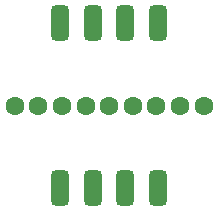
<source format=gbs>
G04 #@! TF.GenerationSoftware,KiCad,Pcbnew,7.0.1*
G04 #@! TF.CreationDate,2023-03-20T20:32:41+09:00*
G04 #@! TF.ProjectId,bridgeDSUB9P,62726964-6765-4445-9355-4239502e6b69,V1.0*
G04 #@! TF.SameCoordinates,Original*
G04 #@! TF.FileFunction,Soldermask,Bot*
G04 #@! TF.FilePolarity,Negative*
%FSLAX46Y46*%
G04 Gerber Fmt 4.6, Leading zero omitted, Abs format (unit mm)*
G04 Created by KiCad (PCBNEW 7.0.1) date 2023-03-20 20:32:41*
%MOMM*%
%LPD*%
G01*
G04 APERTURE LIST*
G04 Aperture macros list*
%AMRoundRect*
0 Rectangle with rounded corners*
0 $1 Rounding radius*
0 $2 $3 $4 $5 $6 $7 $8 $9 X,Y pos of 4 corners*
0 Add a 4 corners polygon primitive as box body*
4,1,4,$2,$3,$4,$5,$6,$7,$8,$9,$2,$3,0*
0 Add four circle primitives for the rounded corners*
1,1,$1+$1,$2,$3*
1,1,$1+$1,$4,$5*
1,1,$1+$1,$6,$7*
1,1,$1+$1,$8,$9*
0 Add four rect primitives between the rounded corners*
20,1,$1+$1,$2,$3,$4,$5,0*
20,1,$1+$1,$4,$5,$6,$7,0*
20,1,$1+$1,$6,$7,$8,$9,0*
20,1,$1+$1,$8,$9,$2,$3,0*%
G04 Aperture macros list end*
%ADD10C,1.600000*%
%ADD11RoundRect,0.375000X0.375000X-1.125000X0.375000X1.125000X-0.375000X1.125000X-0.375000X-1.125000X0*%
%ADD12RoundRect,0.375000X-0.375000X1.125000X-0.375000X-1.125000X0.375000X-1.125000X0.375000X1.125000X0*%
G04 APERTURE END LIST*
D10*
X8000000Y0D03*
X-4000000Y0D03*
X4000000Y0D03*
X0Y0D03*
X-8000000Y0D03*
D11*
X4155000Y-7000000D03*
X1385000Y-7000000D03*
X-1385000Y-7000000D03*
X-4155000Y-7000000D03*
D10*
X-2000000Y0D03*
X6000000Y0D03*
X2000000Y0D03*
D12*
X-4155000Y7000000D03*
X-1385000Y7000000D03*
X1385000Y7000000D03*
X4155000Y7000000D03*
D10*
X-6000000Y0D03*
M02*

</source>
